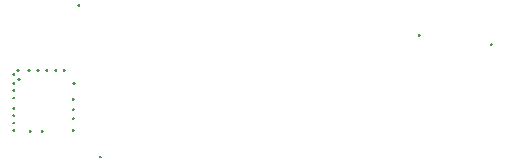
<source format=gbr>
%TF.GenerationSoftware,Altium Limited,Altium Designer,22.6.1 (34)*%
G04 Layer_Color=128*
%FSLAX45Y45*%
%MOMM*%
%TF.SameCoordinates,07F994AE-BB1C-4BEA-A643-928B9DFDCC76*%
%TF.FilePolarity,Positive*%
%TF.FileFunction,Drillmap*%
%TF.Part,Single*%
G01*
G75*
%TA.AperFunction,NonConductor*%
%ADD191C,0.12700*%
D191*
X1988750Y2535000D02*
X2001250D01*
X1995000Y2528750D02*
Y2541250D01*
X4873750Y2280000D02*
X4886250D01*
X4880000Y2273750D02*
Y2286250D01*
X1482699Y1907700D02*
X1495199D01*
X1488949Y1901450D02*
Y1913950D01*
X1949999Y1875000D02*
X1962499D01*
X1956249Y1868750D02*
Y1881250D01*
X1475000Y1981250D02*
X1487499D01*
X1481250Y1975000D02*
Y1987500D01*
X1437492Y1950007D02*
X1449992D01*
X1443742Y1943757D02*
Y1956257D01*
X1943749Y1475000D02*
X1956249D01*
X1949999Y1468750D02*
Y1481250D01*
X1943749Y1575000D02*
X1956249D01*
X1949999Y1568750D02*
Y1581250D01*
X1943749Y1650000D02*
X1956249D01*
X1949999Y1643750D02*
Y1656250D01*
X1943749Y1737500D02*
X1956249D01*
X1949999Y1731250D02*
Y1743750D01*
X1681249Y1468750D02*
X1693749D01*
X1687499Y1462500D02*
Y1475000D01*
X1581250Y1468750D02*
X1593749D01*
X1587499Y1462500D02*
Y1475000D01*
X1437500D02*
X1449999D01*
X1443749Y1468750D02*
Y1481250D01*
X1437500Y1537500D02*
X1449999D01*
X1443749Y1531250D02*
Y1543750D01*
X1437500Y1600000D02*
X1449999D01*
X1443749Y1593750D02*
Y1606250D01*
X1437500Y1662500D02*
X1449999D01*
X1443749Y1656250D02*
Y1668750D01*
X1437500Y1750000D02*
X1449999D01*
X1443749Y1743750D02*
Y1756250D01*
X1437500Y1875000D02*
X1449999D01*
X1443749Y1868750D02*
Y1881250D01*
X1437500Y1812500D02*
X1449999D01*
X1443749Y1806250D02*
Y1818750D01*
X1568749Y1985000D02*
X1581249D01*
X1574999Y1978750D02*
Y1991250D01*
X5483750Y2200000D02*
X5496250D01*
X5490000Y2193750D02*
Y2206250D01*
X2173750Y1250000D02*
X2186250D01*
X2180000Y1243750D02*
Y1256250D01*
X1718750Y1985000D02*
X1731250D01*
X1725000Y1978750D02*
Y1991250D01*
X1868750Y1985000D02*
X1881249D01*
X1875000Y1978750D02*
Y1991250D01*
X1793750Y1983231D02*
X1806249D01*
X1799999Y1976981D02*
Y1989481D01*
X1643750Y1983231D02*
X1656249D01*
X1649999Y1976981D02*
Y1989481D01*
%TF.MD5,f05f7a6313b0909a6ade5b6347cbbd58*%
M02*

</source>
